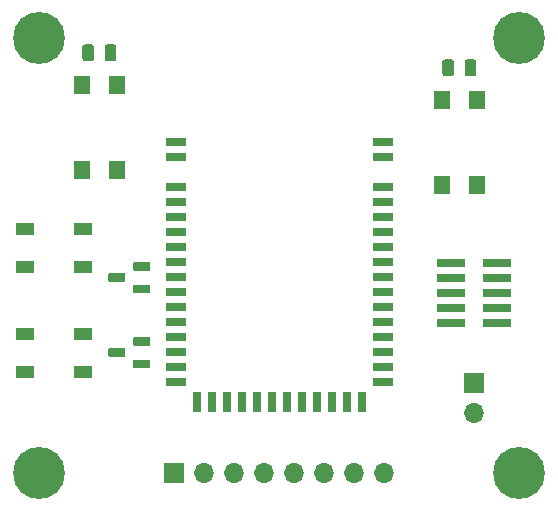
<source format=gts>
%TF.GenerationSoftware,KiCad,Pcbnew,5.1.10-88a1d61d58~88~ubuntu20.04.1*%
%TF.CreationDate,2021-07-15T18:12:03+08:00*%
%TF.ProjectId,ble_heart,626c655f-6865-4617-9274-2e6b69636164,rev?*%
%TF.SameCoordinates,Original*%
%TF.FileFunction,Soldermask,Top*%
%TF.FilePolarity,Negative*%
%FSLAX46Y46*%
G04 Gerber Fmt 4.6, Leading zero omitted, Abs format (unit mm)*
G04 Created by KiCad (PCBNEW 5.1.10-88a1d61d58~88~ubuntu20.04.1) date 2021-07-15 18:12:03*
%MOMM*%
%LPD*%
G01*
G04 APERTURE LIST*
%ADD10C,0.700000*%
%ADD11C,4.400000*%
%ADD12R,1.800000X0.700000*%
%ADD13R,0.700000X1.800000*%
%ADD14R,1.400000X1.600000*%
%ADD15O,1.700000X1.700000*%
%ADD16R,1.700000X1.700000*%
%ADD17R,2.400000X0.740000*%
%ADD18R,1.500000X1.000000*%
G04 APERTURE END LIST*
D10*
%TO.C,H4*%
X135786726Y-83923274D03*
X134620000Y-83440000D03*
X133453274Y-83923274D03*
X132970000Y-85090000D03*
X133453274Y-86256726D03*
X134620000Y-86740000D03*
X135786726Y-86256726D03*
X136270000Y-85090000D03*
D11*
X134620000Y-85090000D03*
%TD*%
D10*
%TO.C,H3*%
X176426726Y-83923274D03*
X175260000Y-83440000D03*
X174093274Y-83923274D03*
X173610000Y-85090000D03*
X174093274Y-86256726D03*
X175260000Y-86740000D03*
X176426726Y-86256726D03*
X176910000Y-85090000D03*
D11*
X175260000Y-85090000D03*
%TD*%
D10*
%TO.C,H2*%
X176426726Y-120753274D03*
X175260000Y-120270000D03*
X174093274Y-120753274D03*
X173610000Y-121920000D03*
X174093274Y-123086726D03*
X175260000Y-123570000D03*
X176426726Y-123086726D03*
X176910000Y-121920000D03*
D11*
X175260000Y-121920000D03*
%TD*%
D10*
%TO.C,H1*%
X135786726Y-120753274D03*
X134620000Y-120270000D03*
X133453274Y-120753274D03*
X132970000Y-121920000D03*
X133453274Y-123086726D03*
X134620000Y-123570000D03*
X135786726Y-123086726D03*
X136270000Y-121920000D03*
D11*
X134620000Y-121920000D03*
%TD*%
D12*
%TO.C,U1*%
X163690000Y-93880000D03*
X163690000Y-95150000D03*
X163690000Y-97690000D03*
X163690000Y-98960000D03*
X163690000Y-100230000D03*
X163690000Y-101500000D03*
X163690000Y-102770000D03*
X163690000Y-104040000D03*
X163690000Y-105310000D03*
X163690000Y-106580000D03*
X163690000Y-107850000D03*
X163690000Y-109120000D03*
X163690000Y-110390000D03*
X163690000Y-111660000D03*
X163690000Y-112930000D03*
X163690000Y-114200000D03*
D13*
X161925000Y-115950000D03*
X160655000Y-115950000D03*
X159385000Y-115950000D03*
X158115000Y-115950000D03*
X156845000Y-115950000D03*
X155575000Y-115950000D03*
X154305000Y-115950000D03*
X153035000Y-115950000D03*
X151765000Y-115950000D03*
X150495000Y-115950000D03*
X149225000Y-115950000D03*
X147955000Y-115950000D03*
D12*
X146190000Y-114200000D03*
X146190000Y-112930000D03*
X146190000Y-111660000D03*
X146190000Y-110390000D03*
X146190000Y-109120000D03*
X146190000Y-107850000D03*
X146190000Y-106580000D03*
X146190000Y-105310000D03*
X146190000Y-104040000D03*
X146190000Y-102770000D03*
X146190000Y-101500000D03*
X146190000Y-100230000D03*
X146190000Y-98960000D03*
X146190000Y-97690000D03*
X146190000Y-95150000D03*
X146190000Y-93880000D03*
%TD*%
D14*
%TO.C,SW2*%
X141200000Y-96310000D03*
X141200000Y-89110000D03*
X138200000Y-96310000D03*
X138200000Y-89110000D03*
%TD*%
%TO.C,SW1*%
X168680000Y-90380000D03*
X168680000Y-97580000D03*
X171680000Y-90380000D03*
X171680000Y-97580000D03*
%TD*%
%TO.C,Q2*%
G36*
G01*
X144010000Y-106060000D02*
X144010000Y-106660000D01*
G75*
G02*
X143940000Y-106730000I-70000J0D01*
G01*
X142640000Y-106730000D01*
G75*
G02*
X142570000Y-106660000I0J70000D01*
G01*
X142570000Y-106060000D01*
G75*
G02*
X142640000Y-105990000I70000J0D01*
G01*
X143940000Y-105990000D01*
G75*
G02*
X144010000Y-106060000I0J-70000D01*
G01*
G37*
G36*
G01*
X144010000Y-104160000D02*
X144010000Y-104760000D01*
G75*
G02*
X143940000Y-104830000I-70000J0D01*
G01*
X142640000Y-104830000D01*
G75*
G02*
X142570000Y-104760000I0J70000D01*
G01*
X142570000Y-104160000D01*
G75*
G02*
X142640000Y-104090000I70000J0D01*
G01*
X143940000Y-104090000D01*
G75*
G02*
X144010000Y-104160000I0J-70000D01*
G01*
G37*
G36*
G01*
X141910000Y-105110000D02*
X141910000Y-105710000D01*
G75*
G02*
X141840000Y-105780000I-70000J0D01*
G01*
X140540000Y-105780000D01*
G75*
G02*
X140470000Y-105710000I0J70000D01*
G01*
X140470000Y-105110000D01*
G75*
G02*
X140540000Y-105040000I70000J0D01*
G01*
X141840000Y-105040000D01*
G75*
G02*
X141910000Y-105110000I0J-70000D01*
G01*
G37*
%TD*%
%TO.C,Q1*%
G36*
G01*
X144010000Y-112410000D02*
X144010000Y-113010000D01*
G75*
G02*
X143940000Y-113080000I-70000J0D01*
G01*
X142640000Y-113080000D01*
G75*
G02*
X142570000Y-113010000I0J70000D01*
G01*
X142570000Y-112410000D01*
G75*
G02*
X142640000Y-112340000I70000J0D01*
G01*
X143940000Y-112340000D01*
G75*
G02*
X144010000Y-112410000I0J-70000D01*
G01*
G37*
G36*
G01*
X144010000Y-110510000D02*
X144010000Y-111110000D01*
G75*
G02*
X143940000Y-111180000I-70000J0D01*
G01*
X142640000Y-111180000D01*
G75*
G02*
X142570000Y-111110000I0J70000D01*
G01*
X142570000Y-110510000D01*
G75*
G02*
X142640000Y-110440000I70000J0D01*
G01*
X143940000Y-110440000D01*
G75*
G02*
X144010000Y-110510000I0J-70000D01*
G01*
G37*
G36*
G01*
X141910000Y-111460000D02*
X141910000Y-112060000D01*
G75*
G02*
X141840000Y-112130000I-70000J0D01*
G01*
X140540000Y-112130000D01*
G75*
G02*
X140470000Y-112060000I0J70000D01*
G01*
X140470000Y-111460000D01*
G75*
G02*
X140540000Y-111390000I70000J0D01*
G01*
X141840000Y-111390000D01*
G75*
G02*
X141910000Y-111460000I0J-70000D01*
G01*
G37*
%TD*%
D15*
%TO.C,J3*%
X171450000Y-116840000D03*
D16*
X171450000Y-114300000D03*
%TD*%
%TO.C,J2*%
X146050000Y-121920000D03*
D15*
X148590000Y-121920000D03*
X151130000Y-121920000D03*
X153670000Y-121920000D03*
X156210000Y-121920000D03*
X158750000Y-121920000D03*
X161290000Y-121920000D03*
X163830000Y-121920000D03*
%TD*%
D17*
%TO.C,J1*%
X169500000Y-104140000D03*
X173400000Y-104140000D03*
X169500000Y-105410000D03*
X173400000Y-105410000D03*
X169500000Y-106680000D03*
X173400000Y-106680000D03*
X169500000Y-107950000D03*
X173400000Y-107950000D03*
X169500000Y-109220000D03*
X173400000Y-109220000D03*
%TD*%
D18*
%TO.C,D2*%
X133440000Y-101270000D03*
X133440000Y-104470000D03*
X138340000Y-101270000D03*
X138340000Y-104470000D03*
%TD*%
%TO.C,D1*%
X133440000Y-110160000D03*
X133440000Y-113360000D03*
X138340000Y-110160000D03*
X138340000Y-113360000D03*
%TD*%
%TO.C,C2*%
G36*
G01*
X139250000Y-85885000D02*
X139250000Y-86835000D01*
G75*
G02*
X139000000Y-87085000I-250000J0D01*
G01*
X138500000Y-87085000D01*
G75*
G02*
X138250000Y-86835000I0J250000D01*
G01*
X138250000Y-85885000D01*
G75*
G02*
X138500000Y-85635000I250000J0D01*
G01*
X139000000Y-85635000D01*
G75*
G02*
X139250000Y-85885000I0J-250000D01*
G01*
G37*
G36*
G01*
X141150000Y-85885000D02*
X141150000Y-86835000D01*
G75*
G02*
X140900000Y-87085000I-250000J0D01*
G01*
X140400000Y-87085000D01*
G75*
G02*
X140150000Y-86835000I0J250000D01*
G01*
X140150000Y-85885000D01*
G75*
G02*
X140400000Y-85635000I250000J0D01*
G01*
X140900000Y-85635000D01*
G75*
G02*
X141150000Y-85885000I0J-250000D01*
G01*
G37*
%TD*%
%TO.C,C1*%
G36*
G01*
X170630000Y-88105000D02*
X170630000Y-87155000D01*
G75*
G02*
X170880000Y-86905000I250000J0D01*
G01*
X171380000Y-86905000D01*
G75*
G02*
X171630000Y-87155000I0J-250000D01*
G01*
X171630000Y-88105000D01*
G75*
G02*
X171380000Y-88355000I-250000J0D01*
G01*
X170880000Y-88355000D01*
G75*
G02*
X170630000Y-88105000I0J250000D01*
G01*
G37*
G36*
G01*
X168730000Y-88105000D02*
X168730000Y-87155000D01*
G75*
G02*
X168980000Y-86905000I250000J0D01*
G01*
X169480000Y-86905000D01*
G75*
G02*
X169730000Y-87155000I0J-250000D01*
G01*
X169730000Y-88105000D01*
G75*
G02*
X169480000Y-88355000I-250000J0D01*
G01*
X168980000Y-88355000D01*
G75*
G02*
X168730000Y-88105000I0J250000D01*
G01*
G37*
%TD*%
M02*

</source>
